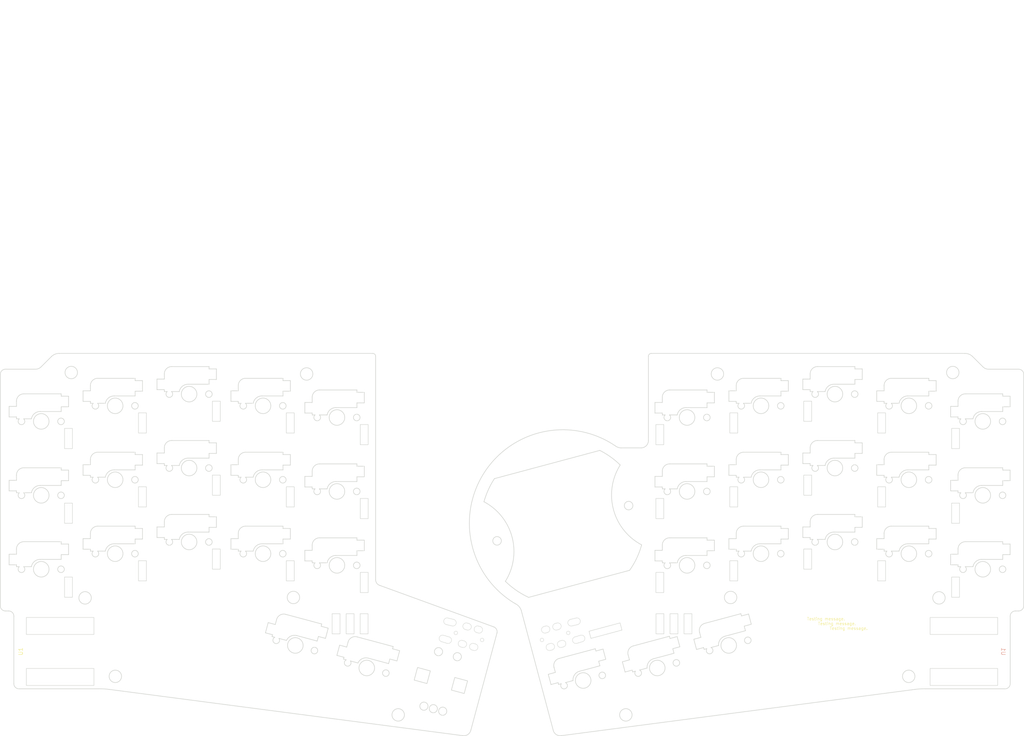
<source format=kicad_pcb>
(kicad_pcb (version 20221018) (generator pcbnew)
  (layers (0 "F.Cu" signal) (31 "B.Cu" signal) (34 "B.Paste" user) (35 "F.Paste" user) (36 "B.SilkS" user "B.Silkscreen") (37 "F.SilkS" user "F.Silkscreen") (38 "B.Mask" user) (39 "F.Mask" user) (44 "Edge.Cuts" user))
  (net 0 "")
  (net 1 "col2")
  (footprint "jw_custom_footprint:CherryMX_Hotswap_cutout_bottom" (layer "F.Cu") (at 47.316834 102.196322))
  (footprint "jw_custom_footprint:CherryMX_Hotswap_cutout_bottom" (layer "F.Cu") (at 47.316834 83.196722))
  (footprint "jw_custom_footprint:RotaryEncoder_Alps_EC11E-Switch_Vertical_H20mm_cutout_bottom" (layer "F.Cu") (at 131.01772 134.787834 165))
  (footprint "jw_custom_footprint:CherryMX_Hotswap_cutout_bottom" (layer "F.Cu") (at 232.2952 61.186362))
  (footprint "jw_custom_footprint:MountingHole_3.2mm_M3_cutout" (layer "F.Cu") (at 96.517661 56.008478))
  (footprint "jw_custom_footprint:Diode_SOD123_THT_2_cutout_small" (layer "F.Cu") (at 92.316434 87.596522 -90))
  (footprint "jw_custom_footprint:Diode_SOD123_THT_2_cutout_small" (layer "F.Cu") (at 111.316132 109.596922 90))
  (footprint "jw_custom_footprint:Diode_SOD123_THT_2_cutout_small" (layer "F.Cu") (at 73.316234 65.586362 90))
  (footprint "jw_custom_footprint:Diode_SOD123_THT_2_cutout_small" (layer "F.Cu") (at 111.316132 90.596922 90))
  (footprint "jw_custom_footprint:CherryMX_Hotswap_cutout_bottom" (layer "F.Cu") (at 167.593714 134.787834 15))
  (footprint "jw_custom_footprint:CherryMX_Hotswap_cutout_bottom" (layer "F.Cu") (at 93.614869 125.777067 -15))
  (footprint "jw_custom_footprint:CherryMX_Hotswap_cutout_bottom" (layer "F.Cu") (at 186.63459 131.572001 15))
  (footprint "jw_custom_footprint:CherryMX_Hotswap_cutout_bottom" (layer "F.Cu") (at 28.316634 68.195722))
  (footprint "jw_custom_footprint:CherryMX_Hotswap_cutout_bottom" (layer "F.Cu") (at 28.316634 87.196122))
  (footprint "jw_custom_footprint:CherryMX_Hotswap_cutout_bottom" (layer "F.Cu") (at 194.295302 105.196922))
  (footprint "jw_custom_footprint:MountingHole_3.2mm_M3_cutout" (layer "F.Cu") (at 93.126706 113.446928))
  (footprint "jw_custom_footprint:Diode_SOD123_THT_2_cutout_small" (layer "F.Cu") (at 111.287706 120.207928 90))
  (footprint "jw_custom_footprint:MountingHole_3.2mm_M3_cutout" (layer "F.Cu") (at 39.583506 113.551328))
  (footprint "jw_custom_footprint:CherryMX_Hotswap_cutout_bottom" (layer "F.Cu") (at 111.976844 131.572001 -15))
  (footprint "jw_custom_footprint:CherryMX_Hotswap_cutout_bottom" (layer "F.Cu") (at 66.316234 99.186522))
  (footprint "jw_custom_footprint:Xiao THT jumper pad_cutout" (layer "F.Cu") (at 265.585928 127.327528 -90))
  (footprint "jw_custom_footprint:MountingHole_3.2mm_M3_cutout" (layer "F.Cu") (at 120.050706 143.624928))
  (footprint "jw_custom_footprint:Diode_SOD123_THT_2_cutout_small" (layer "F.Cu") (at 54.316834 87.596722 -90))
  (footprint "jw_custom_footprint:CherryMX_Hotswap_cutout_bottom" (layer "F.Cu") (at 85.316434 64.196562))
  (footprint "jw_custom_footprint:CherryMX_Hotswap_cutout_bottom" (layer "F.Cu") (at 47.316834 64.197122))
  (footprint "jw_custom_footprint:Diode_SOD123_THT_2_cutout_small" (layer "F.Cu") (at 104.087706 120.207928 90))
  (footprint "jw_custom_footprint:Diode_SOD123_THT_2_cutout_small" (layer "F.Cu") (at 92.316434 68.596562 -90))
  (footprint "jw_custom_footprint:CherryMX_Hotswap_cutout_bottom" (layer "F.Cu") (at 104.316132 67.197122))
  (footprint "jw_custom_footprint:CherryMX_Hotswap_cutout_bottom" (layer "F.Cu") (at 194.295302 86.196922))
  (footprint "jw_custom_footprint:Diode_SOD123_THT_2_cutout_small" (layer "F.Cu") (at 73.316234 103.586522 90))
  (footprint "jw_custom_footprint:Hirose_DF13-06P-1.25DS_1x06_P1.25mm_Horizontal_cutout" (layer "F.Cu") (at 170.339292 122.839747 15))
  (footprint "jw_custom_footprint:CherryMX_Hotswap_cutout_bottom" (layer "F.Cu") (at 213.295 83.196522))
  (footprint "jw_custom_footprint:CherryMX_Hotswap_cutout_bottom" (layer "F.Cu") (at 213.295 102.196922))
  (footprint "jw_custom_footprint:Diode_SOD123_THT_2_cutout_small" (layer "F.Cu") (at 54.316834 106.596322 -90))
  (footprint "jw_custom_footprint:Diode_SOD123_THT_2_cutout_small" (layer "F.Cu") (at 73.316234 84.586322 90))
  (footprint "jw_custom_footprint:Diode_SOD123_THT_2_cutout_small" (layer "F.Cu") (at 35.316634 91.796122 90))
  (footprint "jw_custom_footprint:CherryMX_Hotswap_cutout_bottom" (layer "F.Cu") (at 85.316434 102.196922))
  (footprint "jw_custom_footprint:CherryMX_Hotswap_cutout_bottom" (layer "F.Cu") (at 251.2946 64.197122))
  (footprint "jw_custom_footprint:CherryMX_Hotswap_cutout_bottom" (layer "F.Cu") (at 270.2948 106.196522))
  (footprint "jw_custom_footprint:CherryMX_Hotswap_cutout_bottom" (layer "F.Cu") (at 232.2952 99.186522))
  (footprint "jw_custom_footprint:CherryMX_Hotswap_cutout_bottom" (layer "F.Cu") (at 251.2946 102.196322))
  (footprint "jw_custom_footprint:TRRS-PJ-DPB2_mod_cutout" (layer "F.Cu") (at 143.164706 124.778128 -105))
  (footprint "jw_custom_footprint:Diode_SOD123_THT_2_cutout_small" (layer "F.Cu") (at 35.316634 72.595722 90))
  (footprint "jw_custom_footprint:Diode_SOD123_THT_2_cutout_small" (layer "F.Cu") (at 107.687706 120.207928 90))
  (footprint "jw_custom_footprint:CherryMX_Hotswap_cutout_bottom" (layer "F.Cu") (at 251.2946 83.196722))
  (footprint "jw_custom_footprint:CherryMX_Hotswap_cutout_bottom" (layer "F.Cu") (at 104.316132 105.196922))
  (footprint "jw_custom_footprint:CherryMX_Hotswap_cutout_bottom" (layer "F.Cu") (at 85.316434 83.196522))
  (footprint "jw_custom_footprint:Diode_SOD123_THT_2_cutout_small" (layer "F.Cu") (at 92.316434 106.596922 -90))
  (footprint "jw_custom_footprint:Diode_SOD123_THT_2_cutout_small" (layer "F.Cu") (at 111.316132 71.597122 90))
  (footprint "jw_custom_footprint:CherryMX_Hotswap_cutout_bottom" (layer "F.Cu") (at 213.295 64.196562))
  (footprint "jw_custom_footprint:Diode_SOD123_THT_2_cutout_small" (layer "F.Cu") (at 35.316634 110.796522 90))
  (footprint "jw_custom_footprint:CherryMX_Hotswap_cutout_bottom" (layer "F.Cu") (at 194.295302 67.197122))
  (footprint "jw_custom_footprint:CherryMX_Hotswap_cutout_bottom" (layer "F.Cu") (at 270.2948 68.195722))
  (footprint "jw_custom_footprint:CherryMX_Hotswap_cutout_bottom" (layer "F.Cu") (at 270.2948 87.196122))
  (footprint "jw_custom_footprint:MountingHole_3.2mm_M3_cutout" (layer "F.Cu") (at 47.355906 133.718928))
  (footprint "jw_custom_footprint:CherryMX_Hotswap_cutout_bottom" (layer "F.Cu") (at 104.316132 86.196922))
  (footprint "jw_custom_footprint:CherryMX_Hotswap_cutout_bottom" (layer "F.Cu") (at 232.2952 80.186322))
  (footprint "jw_custom_footprint:CherryMX_Hotswap_cutout_bottom" (layer "F.Cu") (at 204.996565 125.777067 15))
  (footprint "jw_custom_footprint:CherryMX_Hotswap_cutout_bottom" (layer "F.Cu") (at 66.316234 61.186362))
  (footprint "jw_custom_footprint:MountingHole_3.2mm_M3_cutout" (layer "F.Cu") (at 36.027506 55.639328))
  (footprint "jw_custom_footprint:CherryMX_Hotswap_cutout_bottom" (layer "F.Cu") (at 66.316234 80.186322))
  (footprint "jw_custom_footprint:Diode_SOD123_THT_2_cutout_small" (layer "F.Cu") (at 54.316834 68.597122 -90))
  (footprint "jw_custom_footprint:CherryMX_Hotswap_cutout_bottom" (layer "F.Cu") (at 28.316634 106.196522))
  (footprint "jw_custom_footprint:Diode_SOD123_THT_2_cutout_small" (layer "B.Cu") (at 206.295 106.596922 -90))
  (footprint "jw_custom_footprint:Diode_SOD123_THT_2_cutout_small" (layer "B.Cu") (at 194.523728 120.207928 90))
  (footprint "jw_custom_footprint:Diode_SOD123_THT_2_cutout_small" (layer "B.Cu") (at 187.295302 90.596922 90))
  (footprint "jw_custom_footprint:Diode_SOD123_THT_2_cutout_small" (layer "B.Cu") (at 263.2948 91.796122 90))
  (footprint "jw_custom_footprint:MountingHole_3.2mm_M3_cutout" (layer "B.Cu") (at 251.255528 133.718928 180))
  (footprint "jw_custom_footprint:Diode_SOD123_THT_2_cutout_small" (layer "B.Cu") (at 206.295 87.596522 -90))
  (footprint "jw_custom_footprint:Diode_SOD123_THT_2_cutout_small" (layer "B.Cu") (at 187.323728 120.207928 90))
  (footprint "jw_custom_footprint:Diode_SOD123_THT_2_cutout_small" (layer "B.Cu") (at 244.2946 87.596722 -90))
  (footprint "jw_custom_footprint:Diode_SOD123_THT_2_cutout_small" (layer "B.Cu") (at 225.2952 65.586362 90))
  (footprint "jw_custom_footprint:TRRS-PJ-DPB2_mod_cutout" (layer "B.Cu") (at 155.446728 124.778128 -75))
  (footprint "jw_custom_footprint:Diode_SOD123_THT_2_cutout_small" (layer "B.Cu") (at 190.923728 120.207928 90))
  (footprint "jw_custom_footprint:Diode_SOD123_THT_2_cutout_small" (layer "B.Cu") (at 263.2948 72.595722 90))
  (footprint "jw_custom_footprint:Diode_SOD123_THT_2_cutout_small" (layer "B.Cu") (at 244.2946 106.596322 -90))
  (footprint "jw_custom_footprint:Diode_SOD123_THT_2_cutout_small" (layer "B.Cu") (at 206.295 68.596562 -90))
  (footprint "jw_custom_footprint:Diode_SOD123_THT_2_cutout_small" (layer "B.Cu") (at 187.295302 109.596922 90))
  (footprint "jw_custom_footprint:Diode_SOD123_THT_2_cutout_small" (layer "B.Cu") (at 225.2952 103.586522 90))
  (footprint "jw_custom_footprint:Diode_SOD123_THT_2_cutout_small" (layer "B.Cu") (at 263.2948 110.796522 90))
  (footprint "jw_custom_footprint:MountingHole_3.2mm_M3_cutout" (layer "B.Cu") (at 202.093773 56.008478 180))
  (footprint "jw_custom_footprint:Xiao THT jumper pad_cutout" (layer "B.Cu") (at 33.025506 127.327528 -90))
  (footprint "jw_custom_footprint:Diode_SOD123_THT_2_cutout_small" (layer "B.Cu") (at 244.2946 68.597122 -90))
  (footprint "jw_custom_footprint:Diode_SOD123_THT_2_cutout_small" (layer "B.Cu") (at 187.295302 71.597122 90))
  (footprint "jw_custom_footprint:MountingHole_3.2mm_M3_cutout" (layer "B.Cu") (at 178.560728 143.624928 180))
  (footprint "jw_custom_footprint:MountingHole_3.2mm_M3_cutout" (layer "B.Cu") (at 205.484728 113.446928 180))
  (footprint "jw_custom_footprint:Diode_SOD123_THT_2_cutout_small" (layer "B.Cu") (at 225.2952 84.586322 90))
  (footprint "jw_custom_footprint:MountingHole_3.2mm_M3_cutout" (layer "B.Cu") (at 262.583928 55.639328 180))
  (footprint "jw_custom_footprint:MountingHole_3.2mm_M3_cutout" (layer "B.Cu") (at 259.027928 113.551328 180))
  (gr_arc (start 17.790306 56.132528) (mid 18.178941 55.173697) (end 19.136506 54.781962) (stroke (width 0.15)) (layer "Edge.Cuts"))
  (gr_arc (start 30.94622 51.524528) (mid 31.857148 50.927186) (end 32.92742 50.724428) (stroke (width 0.15)) (layer "Edge.Cuts"))
  (gr_line (start 280.820089 115.583328) (end 280.821128 56.132528) (stroke (width 0.15)) (layer "Edge.Cuts"))
  (gr_circle (center 145.461522 98.897058) (end 146.561522 98.897058) (stroke (width 0.15)) (fill none) (layer "Edge.Cuts"))
  (gr_line (start 270.320428 54.167328) (end 267.670752 51.524528) (stroke (width 0.15)) (layer "Edge.Cuts"))
  (gr_line (start 179.523201 106.467577) (end 153.569863 113.417442) (stroke (width 0.15)) (layer "Edge.Cuts"))
  (gr_arc (start 177.348352 75.00509) (mid 176.629537 74.894887) (end 175.976752 74.5744) (stroke (width 0.15)) (layer "Edge.Cuts"))
  (gr_line (start 136.611506 148.958928) (end 45.753002 137.071728) (stroke (width 0.15)) (layer "Edge.Cuts"))
  (gr_line (start 113.484501 50.724428) (end 32.92742 50.724428) (stroke (width 0.15)) (layer "Edge.Cuts"))
  (gr_arc (start 182.615712 99.928516) (mid 175.381834 90.869001) (end 177.111818 79.40554) (stroke (width 0.15)) (layer "Edge.Cuts"))
  (gr_arc (start 144.637906 121.018928) (mid 145.319927 121.633933) (end 145.450706 122.542928) (stroke (width 0.15)) (layer "Edge.Cuts"))
  (gr_line (start 30.94622 51.524528) (end 28.291006 54.167328) (stroke (width 0.15)) (layer "Edge.Cuts"))
  (gr_line (start 252.858432 137.071728) (end 161.999928 148.958928) (stroke (width 0.15)) (layer "Edge.Cuts"))
  (gr_arc (start 43.060602 136.919328) (mid 44.409506 136.947763) (end 45.753002 137.071728) (stroke (width 0.15)) (layer "Edge.Cuts"))
  (gr_arc (start 150.170352 115.062) (mid 142.109445 81.455884) (end 175.976752 74.5744) (stroke (width 0.15)) (layer "Edge.Cuts"))
  (gr_arc (start 19.161906 116.917758) (mid 18.191252 116.543636) (end 17.791345 115.583328) (stroke (width 0.15)) (layer "Edge.Cuts"))
  (gr_arc (start 161.999928 148.958928) (mid 160.669436 148.677557) (end 159.891728 147.561928) (stroke (width 0.15)) (layer "Edge.Cuts"))
  (gr_line (start 138.719706 147.561928) (end 145.450706 122.542928) (stroke (width 0.15)) (layer "Edge.Cuts"))
  (gr_arc (start 184.355266 73.10009) (mid 183.816015 74.445349) (end 182.479152 75.00509) (stroke (width 0.15)) (layer "Edge.Cuts"))
  (gr_arc (start 277.340309 118.30403) (mid 277.721288 117.310032) (end 278.71087 116.917758) (stroke (width 0.15)) (layer "Edge.Cuts"))
  (gr_arc (start 171.864983 75.652338) (mid 174.63349 77.32611) (end 177.111818 79.40554) (stroke (width 0.15)) (layer "Edge.Cuts"))
  (gr_line (start 19.136506 54.781962) (end 26.767006 54.781962) (stroke (width 0.15)) (layer "Edge.Cuts"))
  (gr_line (start 275.995128 136.919328) (end 255.550832 136.919328) (stroke (width 0.15)) (layer "Edge.Cuts"))
  (gr_line (start 171.864983 75.652338) (end 144.785552 82.9056) (stroke (width 0.15)) (layer "Edge.Cuts"))
  (gr_line (start 279.449528 116.917758) (end 278.71087 116.917758) (stroke (width 0.15)) (layer "Edge.Cuts"))
  (gr_arc (start 277.340309 135.547728) (mid 276.967152 136.527194) (end 275.995128 136.919328) (stroke (width 0.15)) (layer "Edge.Cuts"))
  (gr_arc (start 280.820089 115.583328) (mid 280.420165 116.543618) (end 279.449528 116.917758) (stroke (width 0.15)) (layer "Edge.Cuts"))
  (gr_arc (start 184.355266 51.473728) (mid 184.580535 50.933729) (end 185.126933 50.724428) (stroke (width 0.15)) (layer "Edge.Cuts"))
  (gr_line (start 21.271125 118.30403) (end 21.271125 135.547728) (stroke (width 0.15)) (layer "Edge.Cuts"))
  (gr_arc (start 115.326306 110.350928) (mid 114.546336 109.784204) (end 114.256168 108.864776) (stroke (width 0.15)) (layer "Edge.Cuts"))
  (gr_line (start 43.060602 136.919328) (end 22.616306 136.919328) (stroke (width 0.15)) (layer "Edge.Cuts"))
  (gr_arc (start 142.093152 88.8492) (mid 143.214845 85.7757) (end 144.785552 82.9056) (stroke (width 0.15)) (layer "Edge.Cuts"))
  (gr_arc (start 113.484501 50.724428) (mid 114.030917 50.93371) (end 114.256168 51.473728) (stroke (width 0.15)) (layer "Edge.Cuts"))
  (gr_line (start 271.844428 54.781962) (end 279.474928 54.781962) (stroke (width 0.15)) (layer "Edge.Cuts"))
  (gr_arc (start 265.689552 50.724428) (mid 266.759802 50.927239) (end 267.670752 51.524528) (stroke (width 0.15)) (layer "Edge.Cuts"))
  (gr_line (start 177.348352 75.00509) (end 182.479152 75.00509) (stroke (width 0.15)) (layer "Edge.Cuts"))
  (gr_line (start 144.637906 121.018928) (end 115.326306 110.350928) (stroke (width 0.15)) (layer "Edge.Cuts"))
  (gr_arc (start 138.719706 147.561928) (mid 137.942041 148.67762) (end 136.611506 148.958928) (stroke (width 0.15)) (layer "Edge.Cuts"))
  (gr_arc (start 153.569863 113.417442) (mid 150.40741 111.614403) (end 147.600512 109.296348) (stroke (width 0.15)) (layer "Edge.Cuts"))
  (gr_line (start 184.355266 73.10009) (end 184.355266 51.473728) (stroke (width 0.15)) (layer "Edge.Cuts"))
  (gr_arc (start 28.291006 54.167328) (mid 27.594692 54.637509) (end 26.767006 54.781962) (stroke (width 0.15)) (layer "Edge.Cuts"))
  (gr_line (start 265.689552 50.724428) (end 185.126933 50.724428) (stroke (width 0.15)) (layer "Edge.Cuts"))
  (gr_line (start 159.891728 147.561928) (end 151.694352 116.84) (stroke (width 0.15)) (layer "Edge.Cuts"))
  (gr_arc (start 279.474928 54.781962) (mid 280.432501 55.173709) (end 280.821128 56.132528) (stroke (width 0.15)) (layer "Edge.Cuts"))
  (gr_line (start 277.340309 135.547728) (end 277.340309 118.30403) (stroke (width 0.15)) (layer "Edge.Cuts"))
  (gr_line (start 114.256168 51.473728) (end 114.256168 108.864776) (stroke (width 0.15)) (layer "Edge.Cuts"))
  (gr_circle (center 179.268926 89.83839) (end 180.368926 89.83839) (stroke (width 0.15)) (fill none) (layer "Edge.Cuts"))
  (gr_line (start 17.790306 56.132528) (end 17.791345 115.583328) (stroke (width 0.15)) (layer "Edge.Cuts"))
  (gr_line (start 19.900564 116.917758) (end 19.161906 116.917758) (stroke (width 0.15)) (layer "Edge.Cuts"))
  (gr_arc (start 271.844428 54.781962) (mid 271.016742 54.637527) (end 270.320428 54.167328) (stroke (width 0.15)) (layer "Edge.Cuts"))
  (gr_arc (start 142.093152 88.8492) (mid 149.303711 97.872331) (end 147.600512 109.296348) (stroke (width 0.15)) (layer "Edge.Cuts"))
  (gr_arc (start 22.616306 136.919328) (mid 21.644283 136.527193) (end 21.271125 135.547728) (stroke (width 0.15)) (layer "Edge.Cuts"))
  (gr_arc (start 252.858432 137.071728) (mid 254.201928 136.947763) (end 255.550832 136.919328) (stroke (width 0.15)) (layer "Edge.Cuts"))
  (gr_arc (start 150.170352 115.062) (mid 151.121323 115.789025) (end 151.694352 116.84) (stroke (width 0.15)) (layer "Edge.Cuts"))
  (gr_arc (start 182.615712 99.928516) (mid 181.357816 103.33442) (end 179.523201 106.467577) (stroke (width 0.15)) (layer "Edge.Cuts"))
  (gr_arc (start 19.900564 116.917758) (mid 20.890126 117.310052) (end 21.271125 118.30403) (stroke (width 0.15)) (layer "Edge.Cuts"))
  (gr_text "Testing message.\n	Testing message.\n		Testing message." (at 225.049552 121.8184) (layer "F.SilkS") (effects (font (size 0.75 0.75) (thickness 0.1)) (justify left bottom)))
)
</source>
